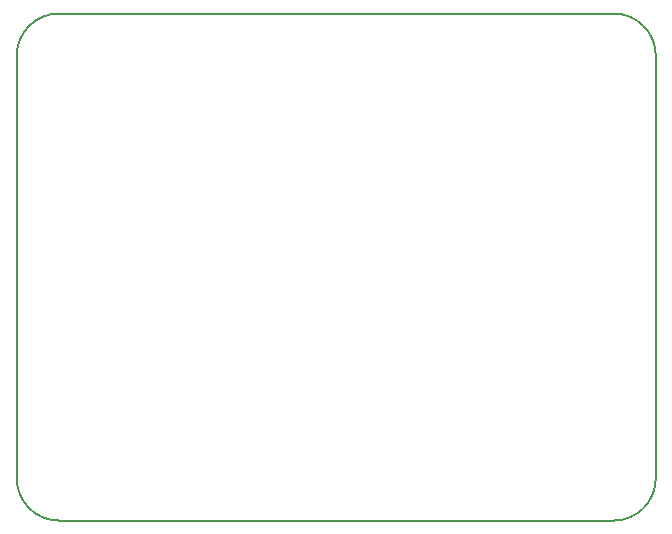
<source format=gko>
G04 Generated by Ultiboard 12.0 *
%FSLAX25Y25*%
%MOIN*%

%ADD10C,0.00001*%
%ADD11C,0.00500*%


G04 ColorRGB 00FFFF for the following layer *
%LNBoard Outline*%
%LPD*%
G54D10*
G54D11*
X0Y154964D02*
X0Y14036D01*
G75*
D01*
G03X14036Y0I14036J0*
G01*
X198964Y0D01*
G75*
D01*
G03X213000Y14036I0J14036*
G01*
X213000Y154964D01*
G74*
D01*
G03X198964Y169000I14036J0*
G01*
X14036Y169000D01*
G75*
D01*
G03X0Y154964I0J-14036*
G01*

M00*

</source>
